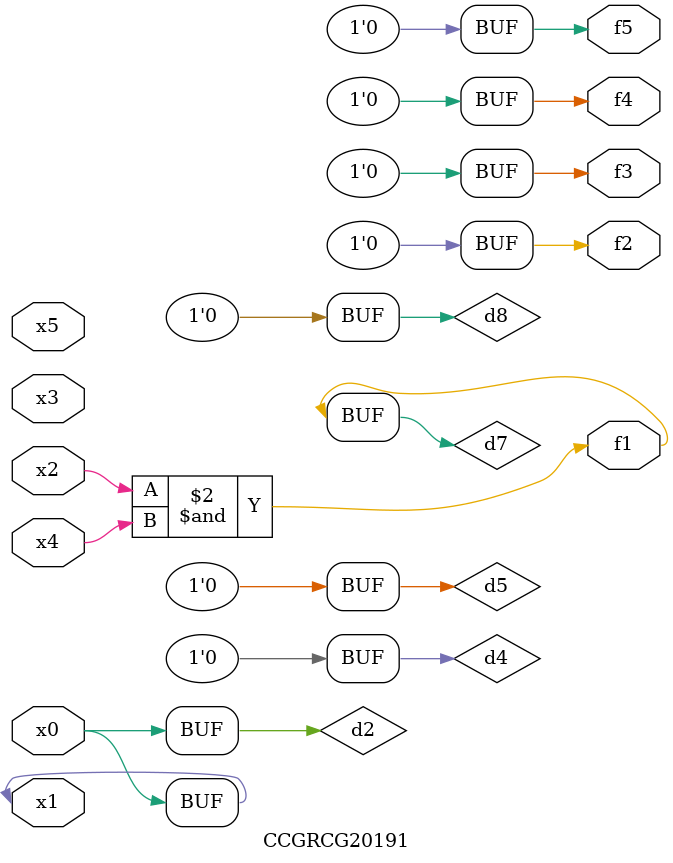
<source format=v>
module CCGRCG20191(
	input x0, x1, x2, x3, x4, x5,
	output f1, f2, f3, f4, f5
);

	wire d1, d2, d3, d4, d5, d6, d7, d8, d9;

	nand (d1, x1);
	buf (d2, x0, x1);
	nand (d3, x2, x4);
	and (d4, d1, d2);
	and (d5, d1, d2);
	nand (d6, d1, d3);
	not (d7, d3);
	xor (d8, d5);
	nor (d9, d5, d6);
	assign f1 = d7;
	assign f2 = d8;
	assign f3 = d8;
	assign f4 = d8;
	assign f5 = d8;
endmodule

</source>
